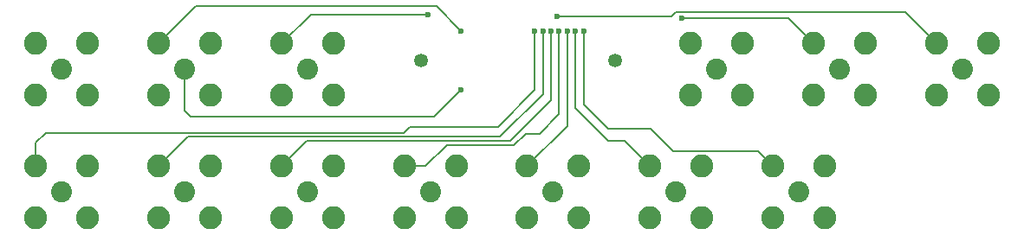
<source format=gbr>
%TF.GenerationSoftware,KiCad,Pcbnew,8.0.2-1*%
%TF.CreationDate,2024-09-17T16:57:37-04:00*%
%TF.ProjectId,Dummy Board,44756d6d-7920-4426-9f61-72642e6b6963,rev?*%
%TF.SameCoordinates,Original*%
%TF.FileFunction,Copper,L2,Bot*%
%TF.FilePolarity,Positive*%
%FSLAX46Y46*%
G04 Gerber Fmt 4.6, Leading zero omitted, Abs format (unit mm)*
G04 Created by KiCad (PCBNEW 8.0.2-1) date 2024-09-17 16:57:37*
%MOMM*%
%LPD*%
G01*
G04 APERTURE LIST*
%TA.AperFunction,ComponentPad*%
%ADD10C,2.250000*%
%TD*%
%TA.AperFunction,ComponentPad*%
%ADD11C,2.050000*%
%TD*%
%TA.AperFunction,ComponentPad*%
%ADD12C,1.348000*%
%TD*%
%TA.AperFunction,ViaPad*%
%ADD13C,0.600000*%
%TD*%
%TA.AperFunction,Conductor*%
%ADD14C,0.200000*%
%TD*%
G04 APERTURE END LIST*
D10*
%TO.P,REF\u002A\u002A6,2*%
%TO.N,N/C*%
X220740000Y-99540000D03*
X220740000Y-94460000D03*
X215660000Y-99540000D03*
%TO.N,K5*%
X215660000Y-94460000D03*
D11*
%TO.P,REF\u002A\u002A6,1*%
%TO.N,A5*%
X218200000Y-97000000D03*
%TD*%
%TO.P,REF\u002A\u002A7,1*%
%TO.N,A6*%
X130200000Y-109000000D03*
D10*
%TO.P,REF\u002A\u002A7,2*%
%TO.N,K6*%
X127660000Y-106460000D03*
%TO.N,N/C*%
X127660000Y-111540000D03*
X132740000Y-106460000D03*
X132740000Y-111540000D03*
%TD*%
D11*
%TO.P,REF\u002A\u002A11,1*%
%TO.N,A10*%
X178200000Y-109000000D03*
D10*
%TO.P,REF\u002A\u002A11,2*%
%TO.N,K10*%
X175660000Y-106460000D03*
%TO.N,N/C*%
X175660000Y-111540000D03*
X180740000Y-106460000D03*
X180740000Y-111540000D03*
%TD*%
D11*
%TO.P,REF\u002A\u002A12,1*%
%TO.N,A11*%
X190200000Y-109000000D03*
D10*
%TO.P,REF\u002A\u002A12,2*%
%TO.N,K11*%
X187660000Y-106460000D03*
%TO.N,N/C*%
X187660000Y-111540000D03*
X192740000Y-106460000D03*
X192740000Y-111540000D03*
%TD*%
D11*
%TO.P,REF\u002A\u002A2,1*%
%TO.N,A1*%
X142200000Y-97000000D03*
D10*
%TO.P,REF\u002A\u002A2,2*%
%TO.N,K1*%
X139660000Y-94460000D03*
%TO.N,N/C*%
X139660000Y-99540000D03*
X144740000Y-94460000D03*
X144740000Y-99540000D03*
%TD*%
D11*
%TO.P,REF\u002A\u002A8,1*%
%TO.N,A7*%
X142200000Y-109000000D03*
D10*
%TO.P,REF\u002A\u002A8,2*%
%TO.N,K7*%
X139660000Y-106460000D03*
%TO.N,N/C*%
X139660000Y-111540000D03*
X144740000Y-106460000D03*
X144740000Y-111540000D03*
%TD*%
D11*
%TO.P,REF\u002A\u002A9,1*%
%TO.N,A8*%
X154200000Y-109000000D03*
D10*
%TO.P,REF\u002A\u002A9,2*%
%TO.N,K8*%
X151660000Y-106460000D03*
%TO.N,N/C*%
X151660000Y-111540000D03*
X156740000Y-106460000D03*
X156740000Y-111540000D03*
%TD*%
D11*
%TO.P,REF\u002A\u002A1,1*%
%TO.N,A0*%
X130200000Y-97000000D03*
D10*
%TO.P,REF\u002A\u002A1,2*%
%TO.N,K0*%
X127660000Y-94460000D03*
%TO.N,N/C*%
X127660000Y-99540000D03*
X132740000Y-94460000D03*
X132740000Y-99540000D03*
%TD*%
D11*
%TO.P,REF\u002A\u002A10,1*%
%TO.N,A9*%
X166200000Y-109000000D03*
D10*
%TO.P,REF\u002A\u002A10,2*%
%TO.N,K9*%
X163660000Y-106460000D03*
%TO.N,N/C*%
X163660000Y-111540000D03*
X168740000Y-106460000D03*
X168740000Y-111540000D03*
%TD*%
%TO.P,REF\u002A\u002A4,2*%
%TO.N,N/C*%
X196740000Y-99540000D03*
X196740000Y-94460000D03*
X191660000Y-99540000D03*
%TO.N,K3*%
X191660000Y-94460000D03*
D11*
%TO.P,REF\u002A\u002A4,1*%
%TO.N,A3*%
X194200000Y-97000000D03*
%TD*%
D10*
%TO.P,REF\u002A\u002A5,2*%
%TO.N,N/C*%
X208740000Y-99540000D03*
X208740000Y-94460000D03*
X203660000Y-99540000D03*
%TO.N,K4*%
X203660000Y-94460000D03*
D11*
%TO.P,REF\u002A\u002A5,1*%
%TO.N,A4*%
X206200000Y-97000000D03*
%TD*%
D12*
%TO.P,REF\u002A\u002A,S2*%
%TO.N,N/C*%
X184295000Y-96100000D03*
%TO.P,REF\u002A\u002A,S1*%
X165305000Y-96100000D03*
%TD*%
D11*
%TO.P,REF\u002A\u002A13,1*%
%TO.N,A12*%
X202200000Y-109000000D03*
D10*
%TO.P,REF\u002A\u002A13,2*%
%TO.N,K12*%
X199660000Y-106460000D03*
%TO.N,N/C*%
X199660000Y-111540000D03*
X204740000Y-106460000D03*
X204740000Y-111540000D03*
%TD*%
D11*
%TO.P,REF\u002A\u002A3,1*%
%TO.N,A2*%
X154200000Y-97000000D03*
D10*
%TO.P,REF\u002A\u002A3,2*%
%TO.N,K2*%
X151660000Y-94460000D03*
%TO.N,N/C*%
X151660000Y-99540000D03*
X156740000Y-94460000D03*
X156740000Y-99540000D03*
%TD*%
D13*
%TO.N,K5*%
X178600000Y-91800000D03*
%TO.N,K4*%
X190800000Y-92000000D03*
%TO.N,K12*%
X181200000Y-93200000D03*
%TO.N,K11*%
X180400000Y-93200000D03*
%TO.N,K10*%
X179600000Y-93200000D03*
%TO.N,K9*%
X178800000Y-93200000D03*
%TO.N,K8*%
X178000000Y-93200000D03*
%TO.N,K7*%
X177200000Y-93200000D03*
%TO.N,K6*%
X176400000Y-93200000D03*
%TO.N,K2*%
X166000000Y-91600000D03*
%TO.N,K1*%
X169200000Y-93200000D03*
%TO.N,A1*%
X169200000Y-99000000D03*
%TD*%
D14*
%TO.N,K12*%
X183600000Y-102800000D02*
X187730000Y-102800000D01*
%TO.N,K11*%
X185200000Y-104000000D02*
X183600000Y-104000000D01*
%TO.N,K10*%
X175660000Y-106460000D02*
X179600000Y-102520000D01*
X179600000Y-102520000D02*
X179600000Y-93200000D01*
%TO.N,K9*%
X178800000Y-101335255D02*
X176867628Y-103267628D01*
X163660000Y-106460000D02*
X165740000Y-106460000D01*
X165740000Y-106460000D02*
X167800000Y-104400000D01*
X167800000Y-104400000D02*
X174400000Y-104400000D01*
X174400000Y-104400000D02*
X175532372Y-103267628D01*
X175532372Y-103267628D02*
X176867628Y-103267628D01*
%TO.N,K8*%
X151660000Y-106460000D02*
X154120000Y-104000000D01*
X154120000Y-104000000D02*
X174000000Y-104000000D01*
X178000000Y-100000000D02*
X178000000Y-93200000D01*
X174000000Y-104000000D02*
X178000000Y-100000000D01*
%TO.N,K7*%
X139660000Y-106460000D02*
X142520000Y-103600000D01*
X142520000Y-103600000D02*
X173000000Y-103600000D01*
X173000000Y-103600000D02*
X177200000Y-99400000D01*
X177200000Y-99400000D02*
X177200000Y-93200000D01*
%TO.N,K6*%
X128600000Y-103200000D02*
X163600000Y-103200000D01*
X163600000Y-103200000D02*
X164200000Y-102600000D01*
X172800000Y-102600000D02*
X176400000Y-99000000D01*
X164200000Y-102600000D02*
X172800000Y-102600000D01*
X176400000Y-99000000D02*
X176400000Y-93200000D01*
%TO.N,A1*%
X166600000Y-101600000D02*
X143000000Y-101600000D01*
X142200000Y-101000000D02*
X142800000Y-101600000D01*
X142800000Y-101600000D02*
X143000000Y-101600000D01*
X169200000Y-99000000D02*
X166600000Y-101600000D01*
%TO.N,K2*%
X151660000Y-94460000D02*
X154520000Y-91600000D01*
X154520000Y-91600000D02*
X166000000Y-91600000D01*
%TO.N,K1*%
X169200000Y-93200000D02*
X166800000Y-90800000D01*
X166800000Y-90800000D02*
X143320000Y-90800000D01*
X143320000Y-90800000D02*
X139660000Y-94460000D01*
%TO.N,K6*%
X127660000Y-104140000D02*
X128600000Y-103200000D01*
X127660000Y-106460000D02*
X127660000Y-104140000D01*
%TO.N,K5*%
X215660000Y-94460000D02*
X212600000Y-91400000D01*
X212600000Y-91400000D02*
X190200000Y-91400000D01*
X190200000Y-91400000D02*
X189800000Y-91800000D01*
X189800000Y-91800000D02*
X178600000Y-91800000D01*
%TO.N,K4*%
X190800000Y-92000000D02*
X201200000Y-92000000D01*
X201200000Y-92000000D02*
X203660000Y-94460000D01*
%TO.N,K12*%
X183600000Y-102800000D02*
X181200000Y-100400000D01*
X199660000Y-106460000D02*
X198235000Y-105035000D01*
X189965000Y-105035000D02*
X187730000Y-102800000D01*
X181200000Y-100400000D02*
X181200000Y-93200000D01*
X198235000Y-105035000D02*
X189965000Y-105035000D01*
%TO.N,K11*%
X187660000Y-106460000D02*
X185200000Y-104000000D01*
X180400000Y-100800000D02*
X180400000Y-93200000D01*
X183600000Y-104000000D02*
X180400000Y-100800000D01*
%TO.N,K9*%
X178800000Y-93200000D02*
X178800000Y-101335255D01*
%TO.N,A1*%
X142200000Y-101000000D02*
X142200000Y-97000000D01*
%TD*%
M02*

</source>
